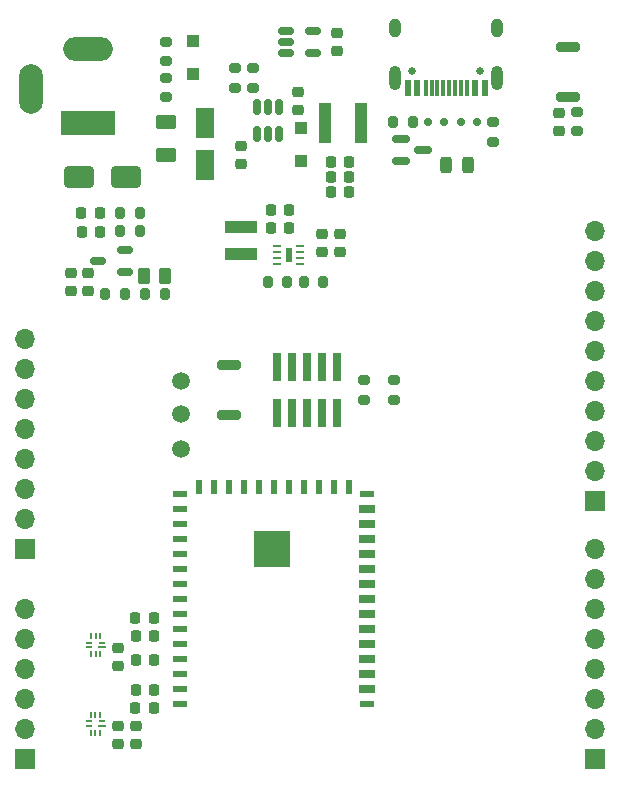
<source format=gbr>
%TF.GenerationSoftware,KiCad,Pcbnew,7.0.9*%
%TF.CreationDate,2024-03-12T23:32:05+08:00*%
%TF.ProjectId,picoduino,7069636f-6475-4696-9e6f-2e6b69636164,rev?*%
%TF.SameCoordinates,Original*%
%TF.FileFunction,Soldermask,Top*%
%TF.FilePolarity,Negative*%
%FSLAX46Y46*%
G04 Gerber Fmt 4.6, Leading zero omitted, Abs format (unit mm)*
G04 Created by KiCad (PCBNEW 7.0.9) date 2024-03-12 23:32:05*
%MOMM*%
%LPD*%
G01*
G04 APERTURE LIST*
G04 Aperture macros list*
%AMRoundRect*
0 Rectangle with rounded corners*
0 $1 Rounding radius*
0 $2 $3 $4 $5 $6 $7 $8 $9 X,Y pos of 4 corners*
0 Add a 4 corners polygon primitive as box body*
4,1,4,$2,$3,$4,$5,$6,$7,$8,$9,$2,$3,0*
0 Add four circle primitives for the rounded corners*
1,1,$1+$1,$2,$3*
1,1,$1+$1,$4,$5*
1,1,$1+$1,$6,$7*
1,1,$1+$1,$8,$9*
0 Add four rect primitives between the rounded corners*
20,1,$1+$1,$2,$3,$4,$5,0*
20,1,$1+$1,$4,$5,$6,$7,0*
20,1,$1+$1,$6,$7,$8,$9,0*
20,1,$1+$1,$8,$9,$2,$3,0*%
G04 Aperture macros list end*
%ADD10R,0.663000X0.225000*%
%ADD11R,0.563000X0.225000*%
%ADD12R,0.225000X0.563000*%
%ADD13RoundRect,0.225000X0.250000X-0.225000X0.250000X0.225000X-0.250000X0.225000X-0.250000X-0.225000X0*%
%ADD14RoundRect,0.250000X-0.300000X0.300000X-0.300000X-0.300000X0.300000X-0.300000X0.300000X0.300000X0*%
%ADD15RoundRect,0.250000X1.000000X0.650000X-1.000000X0.650000X-1.000000X-0.650000X1.000000X-0.650000X0*%
%ADD16C,1.500000*%
%ADD17RoundRect,0.225000X-0.225000X-0.250000X0.225000X-0.250000X0.225000X0.250000X-0.225000X0.250000X0*%
%ADD18RoundRect,0.150000X-0.587500X-0.150000X0.587500X-0.150000X0.587500X0.150000X-0.587500X0.150000X0*%
%ADD19R,2.750000X1.000000*%
%ADD20RoundRect,0.150000X0.150000X0.200000X-0.150000X0.200000X-0.150000X-0.200000X0.150000X-0.200000X0*%
%ADD21R,0.740000X2.400000*%
%ADD22C,0.650000*%
%ADD23R,0.600000X1.450000*%
%ADD24R,0.300000X1.450000*%
%ADD25O,1.000000X2.100000*%
%ADD26O,1.000000X1.600000*%
%ADD27RoundRect,0.225000X-0.250000X0.225000X-0.250000X-0.225000X0.250000X-0.225000X0.250000X0.225000X0*%
%ADD28RoundRect,0.225000X0.225000X0.250000X-0.225000X0.250000X-0.225000X-0.250000X0.225000X-0.250000X0*%
%ADD29RoundRect,0.200000X-0.200000X-0.275000X0.200000X-0.275000X0.200000X0.275000X-0.200000X0.275000X0*%
%ADD30R,1.700000X1.700000*%
%ADD31O,1.700000X1.700000*%
%ADD32RoundRect,0.150000X-0.150000X-0.200000X0.150000X-0.200000X0.150000X0.200000X-0.150000X0.200000X0*%
%ADD33RoundRect,0.218750X0.218750X0.256250X-0.218750X0.256250X-0.218750X-0.256250X0.218750X-0.256250X0*%
%ADD34RoundRect,0.200000X-0.275000X0.200000X-0.275000X-0.200000X0.275000X-0.200000X0.275000X0.200000X0*%
%ADD35RoundRect,0.200000X0.275000X-0.200000X0.275000X0.200000X-0.275000X0.200000X-0.275000X-0.200000X0*%
%ADD36RoundRect,0.110000X-0.440000X-1.590000X0.440000X-1.590000X0.440000X1.590000X-0.440000X1.590000X0*%
%ADD37RoundRect,0.150000X-0.512500X-0.150000X0.512500X-0.150000X0.512500X0.150000X-0.512500X0.150000X0*%
%ADD38RoundRect,0.200000X0.800000X-0.200000X0.800000X0.200000X-0.800000X0.200000X-0.800000X-0.200000X0*%
%ADD39RoundRect,0.250000X0.300000X-0.300000X0.300000X0.300000X-0.300000X0.300000X-0.300000X-0.300000X0*%
%ADD40RoundRect,0.250000X0.625000X-0.375000X0.625000X0.375000X-0.625000X0.375000X-0.625000X-0.375000X0*%
%ADD41RoundRect,0.218750X-0.218750X-0.256250X0.218750X-0.256250X0.218750X0.256250X-0.218750X0.256250X0*%
%ADD42RoundRect,0.062500X0.312500X0.062500X-0.312500X0.062500X-0.312500X-0.062500X0.312500X-0.062500X0*%
%ADD43R,0.600000X1.200000*%
%ADD44RoundRect,0.200000X0.200000X0.275000X-0.200000X0.275000X-0.200000X-0.275000X0.200000X-0.275000X0*%
%ADD45RoundRect,0.150000X0.512500X0.150000X-0.512500X0.150000X-0.512500X-0.150000X0.512500X-0.150000X0*%
%ADD46R,1.200000X0.600000*%
%ADD47RoundRect,0.000000X0.600000X0.300000X-0.600000X0.300000X-0.600000X-0.300000X0.600000X-0.300000X0*%
%ADD48R,3.100000X3.100000*%
%ADD49RoundRect,0.250000X-0.262500X-0.450000X0.262500X-0.450000X0.262500X0.450000X-0.262500X0.450000X0*%
%ADD50RoundRect,0.250000X-0.550000X1.050000X-0.550000X-1.050000X0.550000X-1.050000X0.550000X1.050000X0*%
%ADD51RoundRect,0.243750X0.243750X0.456250X-0.243750X0.456250X-0.243750X-0.456250X0.243750X-0.456250X0*%
%ADD52RoundRect,0.150000X-0.150000X0.512500X-0.150000X-0.512500X0.150000X-0.512500X0.150000X0.512500X0*%
%ADD53R,4.600000X2.000000*%
%ADD54O,4.200000X2.000000*%
%ADD55O,2.000000X4.200000*%
G04 APERTURE END LIST*
D10*
%TO.C,U7*%
X136294658Y-131056719D03*
D11*
X136344658Y-130656719D03*
D12*
X136176158Y-130088219D03*
X135776158Y-130088219D03*
X135376158Y-130088219D03*
D11*
X135207658Y-130656719D03*
X135207658Y-131056719D03*
D12*
X135376158Y-131625219D03*
X135776158Y-131625219D03*
X136176158Y-131625219D03*
%TD*%
D13*
%TO.C,C20*%
X139192000Y-132601000D03*
X139192000Y-131051000D03*
%TD*%
D14*
%TO.C,D3*%
X153162000Y-80388000D03*
X153162000Y-83188000D03*
%TD*%
D15*
%TO.C,D1*%
X138398000Y-84582000D03*
X134398000Y-84582000D03*
%TD*%
D16*
%TO.C,TP1*%
X143002000Y-101854000D03*
%TD*%
D17*
%TO.C,C15*%
X139179000Y-125476000D03*
X140729000Y-125476000D03*
%TD*%
%TO.C,C5*%
X155689000Y-85852000D03*
X157239000Y-85852000D03*
%TD*%
D18*
%TO.C,Q1*%
X161622500Y-81346000D03*
X161622500Y-83246000D03*
X163497500Y-82296000D03*
%TD*%
D19*
%TO.C,L2*%
X148082000Y-91066000D03*
X148082000Y-88766000D03*
%TD*%
D13*
%TO.C,C3*%
X152908000Y-78880000D03*
X152908000Y-77330000D03*
%TD*%
D20*
%TO.C,D6*%
X166686000Y-79883000D03*
X168086000Y-79883000D03*
%TD*%
D17*
%TO.C,C14*%
X139179000Y-123444000D03*
X140729000Y-123444000D03*
%TD*%
D21*
%TO.C,J2*%
X156210000Y-100666000D03*
X156210000Y-104566000D03*
X154940000Y-100666000D03*
X154940000Y-104566000D03*
X153670000Y-100666000D03*
X153670000Y-104566000D03*
X152400000Y-100666000D03*
X152400000Y-104566000D03*
X151130000Y-100666000D03*
X151130000Y-104566000D03*
%TD*%
D10*
%TO.C,U6*%
X136300500Y-124399500D03*
D11*
X136350500Y-123999500D03*
D12*
X136182000Y-123431000D03*
X135782000Y-123431000D03*
X135382000Y-123431000D03*
D11*
X135213500Y-123999500D03*
X135213500Y-124399500D03*
D12*
X135382000Y-124968000D03*
X135782000Y-124968000D03*
X136182000Y-124968000D03*
%TD*%
D22*
%TO.C,J3*%
X168371000Y-75625000D03*
X162591000Y-75625000D03*
D23*
X168731000Y-77070000D03*
X167931000Y-77070000D03*
D24*
X166731000Y-77070000D03*
X165731000Y-77070000D03*
X165231000Y-77070000D03*
X164231000Y-77070000D03*
D23*
X163031000Y-77070000D03*
X162231000Y-77070000D03*
X162231000Y-77070000D03*
X163031000Y-77070000D03*
D24*
X163731000Y-77070000D03*
X164731000Y-77070000D03*
X166231000Y-77070000D03*
X167231000Y-77070000D03*
D23*
X167931000Y-77070000D03*
X168731000Y-77070000D03*
D25*
X169801000Y-76155000D03*
D26*
X169801000Y-71975000D03*
D25*
X161161000Y-76155000D03*
D26*
X161161000Y-71975000D03*
%TD*%
D27*
%TO.C,C2*%
X148082000Y-81902000D03*
X148082000Y-83452000D03*
%TD*%
D28*
%TO.C,C9*%
X152159000Y-88900000D03*
X150609000Y-88900000D03*
%TD*%
D29*
%TO.C,R11*%
X139972257Y-94485398D03*
X141622257Y-94485398D03*
%TD*%
D30*
%TO.C,J7*%
X178054000Y-133858000D03*
D31*
X178054000Y-131318000D03*
X178054000Y-128778000D03*
X178054000Y-126238000D03*
X178054000Y-123698000D03*
X178054000Y-121158000D03*
X178054000Y-118618000D03*
X178054000Y-116078000D03*
%TD*%
D27*
%TO.C,C8*%
X156464000Y-89395000D03*
X156464000Y-90945000D03*
%TD*%
D29*
%TO.C,R8*%
X150368000Y-93472000D03*
X152018000Y-93472000D03*
%TD*%
D30*
%TO.C,J4*%
X129794000Y-116078000D03*
D31*
X129794000Y-113538000D03*
X129794000Y-110998000D03*
X129794000Y-108458000D03*
X129794000Y-105918000D03*
X129794000Y-103378000D03*
X129794000Y-100838000D03*
X129794000Y-98298000D03*
%TD*%
D32*
%TO.C,D7*%
X165292000Y-79883000D03*
X163892000Y-79883000D03*
%TD*%
D33*
%TO.C,D2*%
X136171500Y-89197500D03*
X134596500Y-89197500D03*
%TD*%
D34*
%TO.C,R12*%
X176530000Y-79058000D03*
X176530000Y-80708000D03*
%TD*%
D35*
%TO.C,R16*%
X169418000Y-81597000D03*
X169418000Y-79947000D03*
%TD*%
D17*
%TO.C,C6*%
X155689000Y-83312000D03*
X157239000Y-83312000D03*
%TD*%
D36*
%TO.C,L1*%
X155218000Y-80010000D03*
X158218000Y-80010000D03*
%TD*%
D28*
%TO.C,C10*%
X152159000Y-87376000D03*
X150609000Y-87376000D03*
%TD*%
D33*
%TO.C,D4*%
X136169500Y-87630000D03*
X134594500Y-87630000D03*
%TD*%
D30*
%TO.C,J8*%
X178054000Y-112014000D03*
D31*
X178054000Y-109474000D03*
X178054000Y-106934000D03*
X178054000Y-104394000D03*
X178054000Y-101854000D03*
X178054000Y-99314000D03*
X178054000Y-96774000D03*
X178054000Y-94234000D03*
X178054000Y-91694000D03*
X178054000Y-89154000D03*
%TD*%
D37*
%TO.C,U4*%
X151903000Y-72202000D03*
X151903000Y-73152000D03*
X151903000Y-74102000D03*
X154178000Y-74102000D03*
X154178000Y-72202000D03*
%TD*%
D27*
%TO.C,C12*%
X135128000Y-92697000D03*
X135128000Y-94247000D03*
%TD*%
D38*
%TO.C,SW1*%
X175768000Y-77792000D03*
X175768000Y-73592000D03*
%TD*%
D34*
%TO.C,R6*%
X141732000Y-76159000D03*
X141732000Y-77809000D03*
%TD*%
D29*
%TO.C,R15*%
X160973000Y-79883000D03*
X162623000Y-79883000D03*
%TD*%
D17*
%TO.C,C16*%
X139179000Y-128016000D03*
X140729000Y-128016000D03*
%TD*%
D29*
%TO.C,R9*%
X153416000Y-93472000D03*
X155066000Y-93472000D03*
%TD*%
D39*
%TO.C,D5*%
X144018000Y-75844000D03*
X144018000Y-73044000D03*
%TD*%
D34*
%TO.C,R7*%
X141732000Y-73111000D03*
X141732000Y-74761000D03*
%TD*%
D35*
%TO.C,R13*%
X161036000Y-103441000D03*
X161036000Y-101791000D03*
%TD*%
%TO.C,R3*%
X147574000Y-77025000D03*
X147574000Y-75375000D03*
%TD*%
D40*
%TO.C,F1*%
X141732000Y-82702000D03*
X141732000Y-79902000D03*
%TD*%
D38*
%TO.C,SW2*%
X147066000Y-104716000D03*
X147066000Y-100516000D03*
%TD*%
D41*
%TO.C,FB1*%
X139166500Y-121920000D03*
X140741500Y-121920000D03*
%TD*%
%TO.C,FB3*%
X139166500Y-129540000D03*
X140741500Y-129540000D03*
%TD*%
D42*
%TO.C,U2*%
X153121000Y-91936000D03*
X153121000Y-91436000D03*
X153121000Y-90936000D03*
X153121000Y-90436000D03*
X151171000Y-90436000D03*
X151171000Y-90936000D03*
X151171000Y-91436000D03*
X151171000Y-91936000D03*
D43*
X152146000Y-91186000D03*
%TD*%
D44*
%TO.C,R10*%
X139509000Y-89154000D03*
X137859000Y-89154000D03*
%TD*%
D45*
%TO.C,U5*%
X138297500Y-92644000D03*
X138297500Y-90744000D03*
X136022500Y-91694000D03*
%TD*%
D13*
%TO.C,C11*%
X156210000Y-73927000D03*
X156210000Y-72377000D03*
%TD*%
D46*
%TO.C,U1*%
X158776000Y-129206000D03*
D47*
X158776000Y-127936000D03*
X158776000Y-126666000D03*
X158776000Y-125396000D03*
X158776000Y-124126000D03*
X158776000Y-122856000D03*
X158776000Y-121586000D03*
X158776000Y-120316000D03*
X158776000Y-119046000D03*
X158776000Y-117776000D03*
X158776000Y-116506000D03*
X158776000Y-115236000D03*
X158776000Y-113966000D03*
X158776000Y-112696000D03*
D46*
X158776000Y-111426000D03*
D43*
X157226000Y-110806000D03*
X155956000Y-110806000D03*
X154686000Y-110806000D03*
X153416000Y-110806000D03*
X152146000Y-110806000D03*
X150876000Y-110806000D03*
X149606000Y-110806000D03*
X148336000Y-110806000D03*
X147066000Y-110806000D03*
X145796000Y-110806000D03*
X144526000Y-110806000D03*
D46*
X142976000Y-111426000D03*
X142976000Y-112696000D03*
X142976000Y-113966000D03*
X142976000Y-115236000D03*
X142976000Y-116506000D03*
X142976000Y-117776000D03*
X142976000Y-119046000D03*
X142976000Y-120316000D03*
X142976000Y-121586000D03*
X142976000Y-122856000D03*
X142976000Y-124126000D03*
X142976000Y-125396000D03*
X142976000Y-126666000D03*
X142976000Y-127936000D03*
X142976000Y-129206000D03*
D48*
X150756000Y-116086000D03*
%TD*%
D13*
%TO.C,C19*%
X175006000Y-80658000D03*
X175006000Y-79108000D03*
%TD*%
D49*
%TO.C,R1*%
X139866500Y-92964000D03*
X141691500Y-92964000D03*
%TD*%
D44*
%TO.C,R14*%
X139509000Y-87630000D03*
X137859000Y-87630000D03*
%TD*%
D16*
%TO.C,TP3*%
X143002000Y-104648000D03*
%TD*%
D13*
%TO.C,C18*%
X137668000Y-125997000D03*
X137668000Y-124447000D03*
%TD*%
D35*
%TO.C,R5*%
X158496000Y-103441000D03*
X158496000Y-101791000D03*
%TD*%
D30*
%TO.C,J9*%
X129794000Y-133858000D03*
D31*
X129794000Y-131318000D03*
X129794000Y-128778000D03*
X129794000Y-126238000D03*
X129794000Y-123698000D03*
X129794000Y-121158000D03*
%TD*%
D29*
%TO.C,R2*%
X136589000Y-94488000D03*
X138239000Y-94488000D03*
%TD*%
D16*
%TO.C,TP2*%
X143002000Y-107569000D03*
%TD*%
D50*
%TO.C,C1*%
X145034000Y-79988000D03*
X145034000Y-83588000D03*
%TD*%
D27*
%TO.C,C7*%
X154940000Y-89395000D03*
X154940000Y-90945000D03*
%TD*%
D51*
%TO.C,F2*%
X167307500Y-83566000D03*
X165432500Y-83566000D03*
%TD*%
D13*
%TO.C,C17*%
X137668000Y-132601000D03*
X137668000Y-131051000D03*
%TD*%
D27*
%TO.C,C13*%
X133667000Y-92697000D03*
X133667000Y-94247000D03*
%TD*%
D52*
%TO.C,U3*%
X151318000Y-78618500D03*
X150368000Y-78618500D03*
X149418000Y-78618500D03*
X149418000Y-80893500D03*
X150368000Y-80893500D03*
X151318000Y-80893500D03*
%TD*%
D34*
%TO.C,R4*%
X149098000Y-75375000D03*
X149098000Y-77025000D03*
%TD*%
D17*
%TO.C,C4*%
X155689000Y-84582000D03*
X157239000Y-84582000D03*
%TD*%
D53*
%TO.C,J5*%
X135128000Y-80000000D03*
D54*
X135128000Y-73700000D03*
D55*
X130328000Y-77100000D03*
%TD*%
M02*

</source>
